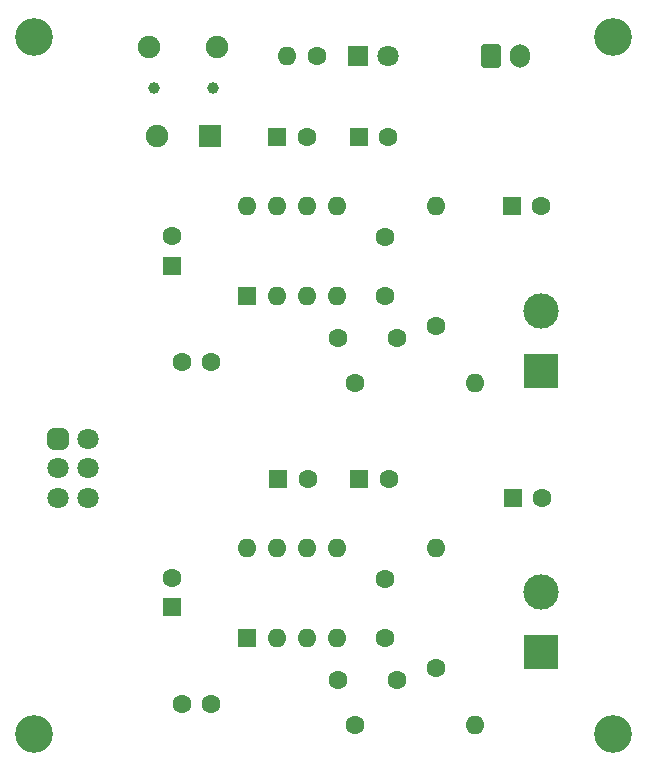
<source format=gbr>
%TF.GenerationSoftware,KiCad,Pcbnew,7.0.8*%
%TF.CreationDate,2024-08-19T13:22:41+09:00*%
%TF.ProjectId,lm386_stereo_amp,6c6d3338-365f-4737-9465-72656f5f616d,rev?*%
%TF.SameCoordinates,Original*%
%TF.FileFunction,Soldermask,Bot*%
%TF.FilePolarity,Negative*%
%FSLAX46Y46*%
G04 Gerber Fmt 4.6, Leading zero omitted, Abs format (unit mm)*
G04 Created by KiCad (PCBNEW 7.0.8) date 2024-08-19 13:22:41*
%MOMM*%
%LPD*%
G01*
G04 APERTURE LIST*
G04 Aperture macros list*
%AMRoundRect*
0 Rectangle with rounded corners*
0 $1 Rounding radius*
0 $2 $3 $4 $5 $6 $7 $8 $9 X,Y pos of 4 corners*
0 Add a 4 corners polygon primitive as box body*
4,1,4,$2,$3,$4,$5,$6,$7,$8,$9,$2,$3,0*
0 Add four circle primitives for the rounded corners*
1,1,$1+$1,$2,$3*
1,1,$1+$1,$4,$5*
1,1,$1+$1,$6,$7*
1,1,$1+$1,$8,$9*
0 Add four rect primitives between the rounded corners*
20,1,$1+$1,$2,$3,$4,$5,0*
20,1,$1+$1,$4,$5,$6,$7,0*
20,1,$1+$1,$6,$7,$8,$9,0*
20,1,$1+$1,$8,$9,$2,$3,0*%
G04 Aperture macros list end*
%ADD10RoundRect,0.450000X0.450000X0.450000X-0.450000X0.450000X-0.450000X-0.450000X0.450000X-0.450000X0*%
%ADD11C,1.800000*%
%ADD12R,1.600000X1.600000*%
%ADD13C,1.600000*%
%ADD14R,1.800000X1.800000*%
%ADD15RoundRect,0.250000X-0.600000X-0.750000X0.600000X-0.750000X0.600000X0.750000X-0.600000X0.750000X0*%
%ADD16O,1.700000X2.000000*%
%ADD17R,3.000000X3.000000*%
%ADD18C,3.000000*%
%ADD19O,1.600000X1.600000*%
%ADD20C,1.000000*%
%ADD21R,1.900000X1.900000*%
%ADD22C,1.900000*%
%ADD23C,3.200000*%
G04 APERTURE END LIST*
D10*
%TO.C,RV1*%
X129005000Y-57020000D03*
D11*
X129005000Y-59520000D03*
X129005000Y-62020000D03*
X131505000Y-57020000D03*
X131505000Y-59520000D03*
X131505000Y-62020000D03*
%TD*%
D12*
%TO.C,C9*%
X147638888Y-60452000D03*
D13*
X150138888Y-60452000D03*
%TD*%
%TO.C,C6*%
X157678000Y-48518000D03*
X152678000Y-48518000D03*
%TD*%
%TO.C,C2*%
X156702000Y-39962000D03*
X156702000Y-44962000D03*
%TD*%
D12*
%TO.C,C3*%
X154456000Y-31500000D03*
D13*
X156956000Y-31500000D03*
%TD*%
D14*
%TO.C,D1*%
X154432000Y-24638000D03*
D11*
X156972000Y-24638000D03*
%TD*%
D15*
%TO.C,J1*%
X165628000Y-24621000D03*
D16*
X168128000Y-24621000D03*
%TD*%
D17*
%TO.C,J4*%
X169926000Y-75057000D03*
D18*
X169926000Y-69977000D03*
%TD*%
D13*
%TO.C,C1*%
X141970000Y-50550000D03*
X139470000Y-50550000D03*
%TD*%
D12*
%TO.C,U2*%
X145034000Y-73914000D03*
D19*
X147574000Y-73914000D03*
X150114000Y-73914000D03*
X152654000Y-73914000D03*
X152654000Y-66294000D03*
X150114000Y-66294000D03*
X147574000Y-66294000D03*
X145034000Y-66294000D03*
%TD*%
D20*
%TO.C,J2*%
X142109000Y-27369000D03*
X137109000Y-27369000D03*
D21*
X141859000Y-31369000D03*
D22*
X137359000Y-31369000D03*
X142509000Y-23869000D03*
X136709000Y-23869000D03*
%TD*%
D12*
%TO.C,C10*%
X138684000Y-71309113D03*
D13*
X138684000Y-68809113D03*
%TD*%
D12*
%TO.C,C7*%
X167410000Y-37342000D03*
D13*
X169910000Y-37342000D03*
%TD*%
%TO.C,R4*%
X154178000Y-81280000D03*
D19*
X164338000Y-81280000D03*
%TD*%
D12*
%TO.C,C4*%
X147558000Y-31500000D03*
D13*
X150058000Y-31500000D03*
%TD*%
D12*
%TO.C,U1*%
X145034000Y-44958000D03*
D19*
X147574000Y-44958000D03*
X150114000Y-44958000D03*
X152654000Y-44958000D03*
X152654000Y-37338000D03*
X150114000Y-37338000D03*
X147574000Y-37338000D03*
X145034000Y-37338000D03*
%TD*%
D13*
%TO.C,C8*%
X141986000Y-79502000D03*
X139486000Y-79502000D03*
%TD*%
%TO.C,C11*%
X157694000Y-77470000D03*
X152694000Y-77470000D03*
%TD*%
D23*
%TO.C,H4*%
X176000000Y-23000000D03*
%TD*%
D13*
%TO.C,R5*%
X161036000Y-76454000D03*
D19*
X161036000Y-66294000D03*
%TD*%
D23*
%TO.C,H3*%
X176000000Y-82000000D03*
%TD*%
D17*
%TO.C,J3*%
X169910000Y-51312000D03*
D18*
X169910000Y-46232000D03*
%TD*%
D12*
%TO.C,C12*%
X167500000Y-62000000D03*
D13*
X170000000Y-62000000D03*
%TD*%
D19*
%TO.C,R2*%
X148365000Y-24638000D03*
D13*
X150905000Y-24638000D03*
%TD*%
D12*
%TO.C,C14*%
X154496888Y-60452000D03*
D13*
X156996888Y-60452000D03*
%TD*%
D23*
%TO.C,H1*%
X127000000Y-23000000D03*
%TD*%
D13*
%TO.C,C13*%
X156718000Y-68914000D03*
X156718000Y-73914000D03*
%TD*%
%TO.C,R3*%
X161020000Y-47502000D03*
D19*
X161020000Y-37342000D03*
%TD*%
D23*
%TO.C,H2*%
X127000000Y-82000000D03*
%TD*%
D13*
%TO.C,R1*%
X154162000Y-52328000D03*
D19*
X164322000Y-52328000D03*
%TD*%
D12*
%TO.C,C5*%
X138668000Y-42357113D03*
D13*
X138668000Y-39857113D03*
%TD*%
M02*

</source>
